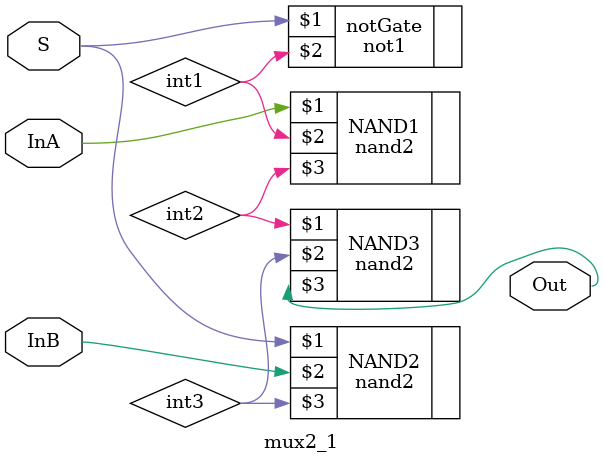
<source format=v>
module mux2_1 (InA, InB, S, Out);
input InA;
input InB;
input S;
output Out;
wire int1, int2, int3;

nand2 NAND1 (InA,int1,int2);
nand2 NAND2 (S,InB,int3);
nand2 NAND3 (int2,int3,Out);
not1 notGate (S,int1);

endmodule

</source>
